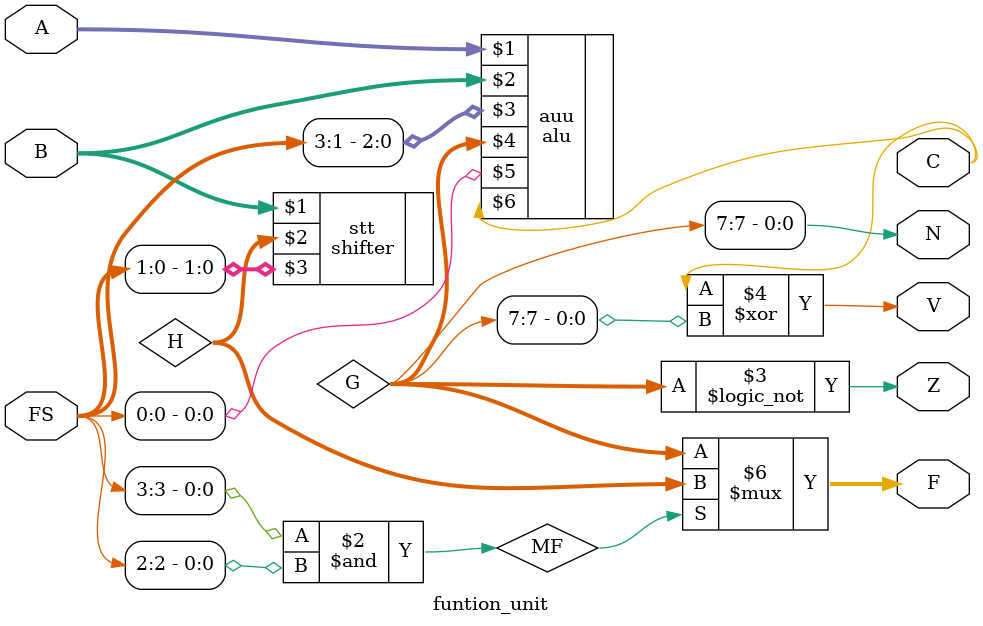
<source format=v>
module funtion_unit(A,B,FS,V,C,N,Z,F);
	input [7:0] A,B;
	reg MF;
	input [3:0]FS;
	output reg [7:0] F;
	output reg V,N,Z;
	output C;
	wire [7:0] G,H;
	alu auu(A,B,FS[3:1],G,FS[0],C);
	shifter stt(B,H,FS[1:0]);
always @(*) begin
   MF = FS[3]&FS[2];
	N = G[7];
	Z = G==0;
	V = C^N;
	case(MF)
		1'b0: F=G;
		default: F=H;
	endcase
end
endmodule 
</source>
